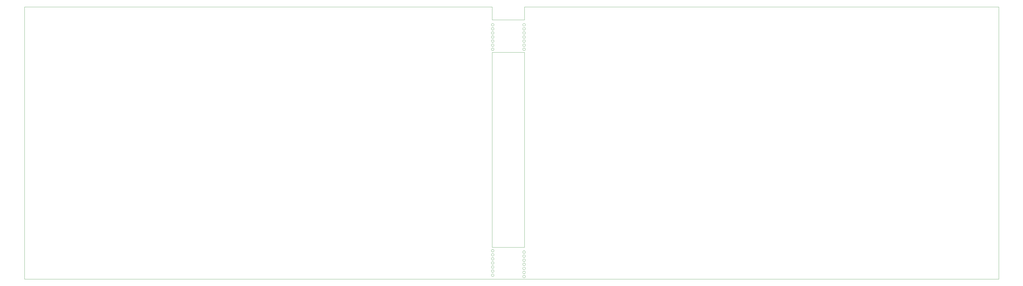
<source format=gbr>
%TF.GenerationSoftware,KiCad,Pcbnew,9.0.3*%
%TF.CreationDate,2025-07-31T16:32:47-07:00*%
%TF.ProjectId,fortissimo-ii,666f7274-6973-4736-996d-6f2d69692e6b,rev?*%
%TF.SameCoordinates,Original*%
%TF.FileFunction,Profile,NP*%
%FSLAX46Y46*%
G04 Gerber Fmt 4.6, Leading zero omitted, Abs format (unit mm)*
G04 Created by KiCad (PCBNEW 9.0.3) date 2025-07-31 16:32:47*
%MOMM*%
%LPD*%
G01*
G04 APERTURE LIST*
%TA.AperFunction,Profile*%
%ADD10C,0.050000*%
%TD*%
G04 APERTURE END LIST*
D10*
X196000000Y-115500000D02*
G75*
G02*
X195000000Y-115500000I-500000J0D01*
G01*
X195000000Y-115500000D02*
G75*
G02*
X196000000Y-115500000I500000J0D01*
G01*
X381000000Y-121443750D02*
X381000000Y-21431250D01*
X196000000Y-32500000D02*
G75*
G02*
X195000000Y-32500000I-500000J0D01*
G01*
X195000000Y-32500000D02*
G75*
G02*
X196000000Y-32500000I500000J0D01*
G01*
X207500000Y-37000000D02*
G75*
G02*
X206500000Y-37000000I-500000J0D01*
G01*
X206500000Y-37000000D02*
G75*
G02*
X207500000Y-37000000I500000J0D01*
G01*
X207168750Y-21431250D02*
X207168750Y-26193750D01*
X207500000Y-114500000D02*
G75*
G02*
X206500000Y-114500000I-500000J0D01*
G01*
X206500000Y-114500000D02*
G75*
G02*
X207500000Y-114500000I500000J0D01*
G01*
X207500000Y-34000000D02*
G75*
G02*
X206500000Y-34000000I-500000J0D01*
G01*
X206500000Y-34000000D02*
G75*
G02*
X207500000Y-34000000I500000J0D01*
G01*
X207168750Y-26193750D02*
X195262500Y-26193750D01*
X207500000Y-116000000D02*
G75*
G02*
X206500000Y-116000000I-500000J0D01*
G01*
X206500000Y-116000000D02*
G75*
G02*
X207500000Y-116000000I500000J0D01*
G01*
X207500000Y-29500000D02*
G75*
G02*
X206500000Y-29500000I-500000J0D01*
G01*
X206500000Y-29500000D02*
G75*
G02*
X207500000Y-29500000I500000J0D01*
G01*
X207168750Y-38100000D02*
X207168750Y-109725000D01*
X196000000Y-118500000D02*
G75*
G02*
X195000000Y-118500000I-500000J0D01*
G01*
X195000000Y-118500000D02*
G75*
G02*
X196000000Y-118500000I500000J0D01*
G01*
X196000000Y-117000000D02*
G75*
G02*
X195000000Y-117000000I-500000J0D01*
G01*
X195000000Y-117000000D02*
G75*
G02*
X196000000Y-117000000I500000J0D01*
G01*
X196000000Y-29500000D02*
G75*
G02*
X195000000Y-29500000I-500000J0D01*
G01*
X195000000Y-29500000D02*
G75*
G02*
X196000000Y-29500000I500000J0D01*
G01*
X23812500Y-121443750D02*
X23812500Y-21431250D01*
X207500000Y-119000000D02*
G75*
G02*
X206500000Y-119000000I-500000J0D01*
G01*
X206500000Y-119000000D02*
G75*
G02*
X207500000Y-119000000I500000J0D01*
G01*
X207500000Y-32500000D02*
G75*
G02*
X206500000Y-32500000I-500000J0D01*
G01*
X206500000Y-32500000D02*
G75*
G02*
X207500000Y-32500000I500000J0D01*
G01*
X195262500Y-121443750D02*
X23812500Y-121443750D01*
X195262500Y-38100000D02*
X207168750Y-38100000D01*
X23812500Y-21431250D02*
X195262500Y-21431250D01*
X207500000Y-113000000D02*
G75*
G02*
X206500000Y-113000000I-500000J0D01*
G01*
X206500000Y-113000000D02*
G75*
G02*
X207500000Y-113000000I500000J0D01*
G01*
X196000000Y-37000000D02*
G75*
G02*
X195000000Y-37000000I-500000J0D01*
G01*
X195000000Y-37000000D02*
G75*
G02*
X196000000Y-37000000I500000J0D01*
G01*
X196000000Y-120000000D02*
G75*
G02*
X195000000Y-120000000I-500000J0D01*
G01*
X195000000Y-120000000D02*
G75*
G02*
X196000000Y-120000000I500000J0D01*
G01*
X196000000Y-28000000D02*
G75*
G02*
X195000000Y-28000000I-500000J0D01*
G01*
X195000000Y-28000000D02*
G75*
G02*
X196000000Y-28000000I500000J0D01*
G01*
X195262500Y-109725000D02*
X207168750Y-109725000D01*
X196000000Y-111000000D02*
G75*
G02*
X195000000Y-111000000I-500000J0D01*
G01*
X195000000Y-111000000D02*
G75*
G02*
X196000000Y-111000000I500000J0D01*
G01*
X196000000Y-35500000D02*
G75*
G02*
X195000000Y-35500000I-500000J0D01*
G01*
X195000000Y-35500000D02*
G75*
G02*
X196000000Y-35500000I500000J0D01*
G01*
X196000000Y-31000000D02*
G75*
G02*
X195000000Y-31000000I-500000J0D01*
G01*
X195000000Y-31000000D02*
G75*
G02*
X196000000Y-31000000I500000J0D01*
G01*
X196000000Y-114000000D02*
G75*
G02*
X195000000Y-114000000I-500000J0D01*
G01*
X195000000Y-114000000D02*
G75*
G02*
X196000000Y-114000000I500000J0D01*
G01*
X195262500Y-21431250D02*
X195262500Y-26193750D01*
X207500000Y-117500000D02*
G75*
G02*
X206500000Y-117500000I-500000J0D01*
G01*
X206500000Y-117500000D02*
G75*
G02*
X207500000Y-117500000I500000J0D01*
G01*
X196000000Y-34000000D02*
G75*
G02*
X195000000Y-34000000I-500000J0D01*
G01*
X195000000Y-34000000D02*
G75*
G02*
X196000000Y-34000000I500000J0D01*
G01*
X207500000Y-28000000D02*
G75*
G02*
X206500000Y-28000000I-500000J0D01*
G01*
X206500000Y-28000000D02*
G75*
G02*
X207500000Y-28000000I500000J0D01*
G01*
X207500000Y-111500000D02*
G75*
G02*
X206500000Y-111500000I-500000J0D01*
G01*
X206500000Y-111500000D02*
G75*
G02*
X207500000Y-111500000I500000J0D01*
G01*
X207168750Y-121443750D02*
X381000000Y-121443750D01*
X195262500Y-109725000D02*
X195262500Y-38100000D01*
X381000000Y-21431250D02*
X207168750Y-21431250D01*
X207500000Y-120500000D02*
G75*
G02*
X206500000Y-120500000I-500000J0D01*
G01*
X206500000Y-120500000D02*
G75*
G02*
X207500000Y-120500000I500000J0D01*
G01*
X196000000Y-112500000D02*
G75*
G02*
X195000000Y-112500000I-500000J0D01*
G01*
X195000000Y-112500000D02*
G75*
G02*
X196000000Y-112500000I500000J0D01*
G01*
X207500000Y-35500000D02*
G75*
G02*
X206500000Y-35500000I-500000J0D01*
G01*
X206500000Y-35500000D02*
G75*
G02*
X207500000Y-35500000I500000J0D01*
G01*
X207500000Y-31000000D02*
G75*
G02*
X206500000Y-31000000I-500000J0D01*
G01*
X206500000Y-31000000D02*
G75*
G02*
X207500000Y-31000000I500000J0D01*
G01*
X195262500Y-121443750D02*
X207168750Y-121443750D01*
M02*

</source>
